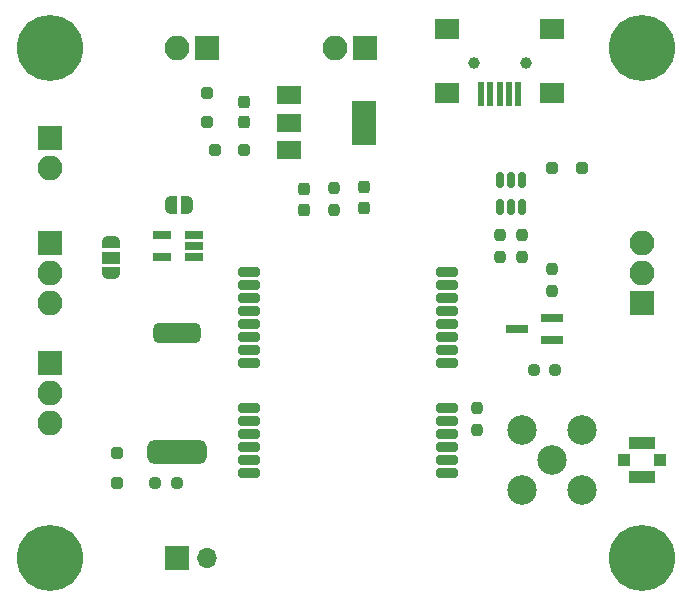
<source format=gts>
%TF.GenerationSoftware,KiCad,Pcbnew,7.0.1*%
%TF.CreationDate,2023-05-24T17:43:46+02:00*%
%TF.ProjectId,ublox-lea-6h-breakout,75626c6f-782d-46c6-9561-2d36682d6272,rev?*%
%TF.SameCoordinates,Original*%
%TF.FileFunction,Soldermask,Top*%
%TF.FilePolarity,Negative*%
%FSLAX46Y46*%
G04 Gerber Fmt 4.6, Leading zero omitted, Abs format (unit mm)*
G04 Created by KiCad (PCBNEW 7.0.1) date 2023-05-24 17:43:46*
%MOMM*%
%LPD*%
G01*
G04 APERTURE LIST*
G04 Aperture macros list*
%AMRoundRect*
0 Rectangle with rounded corners*
0 $1 Rounding radius*
0 $2 $3 $4 $5 $6 $7 $8 $9 X,Y pos of 4 corners*
0 Add a 4 corners polygon primitive as box body*
4,1,4,$2,$3,$4,$5,$6,$7,$8,$9,$2,$3,0*
0 Add four circle primitives for the rounded corners*
1,1,$1+$1,$2,$3*
1,1,$1+$1,$4,$5*
1,1,$1+$1,$6,$7*
1,1,$1+$1,$8,$9*
0 Add four rect primitives between the rounded corners*
20,1,$1+$1,$2,$3,$4,$5,0*
20,1,$1+$1,$4,$5,$6,$7,0*
20,1,$1+$1,$6,$7,$8,$9,0*
20,1,$1+$1,$8,$9,$2,$3,0*%
%AMFreePoly0*
4,1,19,0.500000,-0.750000,0.000000,-0.750000,0.000000,-0.744911,-0.071157,-0.744911,-0.207708,-0.704816,-0.327430,-0.627875,-0.420627,-0.520320,-0.479746,-0.390866,-0.500000,-0.250000,-0.500000,0.250000,-0.479746,0.390866,-0.420627,0.520320,-0.327430,0.627875,-0.207708,0.704816,-0.071157,0.744911,0.000000,0.744911,0.000000,0.750000,0.500000,0.750000,0.500000,-0.750000,0.500000,-0.750000,
$1*%
%AMFreePoly1*
4,1,19,0.000000,0.744911,0.071157,0.744911,0.207708,0.704816,0.327430,0.627875,0.420627,0.520320,0.479746,0.390866,0.500000,0.250000,0.500000,-0.250000,0.479746,-0.390866,0.420627,-0.520320,0.327430,-0.627875,0.207708,-0.704816,0.071157,-0.744911,0.000000,-0.744911,0.000000,-0.750000,-0.500000,-0.750000,-0.500000,0.750000,0.000000,0.750000,0.000000,0.744911,0.000000,0.744911,
$1*%
%AMFreePoly2*
4,1,19,0.550000,-0.750000,0.000000,-0.750000,0.000000,-0.744911,-0.071157,-0.744911,-0.207708,-0.704816,-0.327430,-0.627875,-0.420627,-0.520320,-0.479746,-0.390866,-0.500000,-0.250000,-0.500000,0.250000,-0.479746,0.390866,-0.420627,0.520320,-0.327430,0.627875,-0.207708,0.704816,-0.071157,0.744911,0.000000,0.744911,0.000000,0.750000,0.550000,0.750000,0.550000,-0.750000,0.550000,-0.750000,
$1*%
%AMFreePoly3*
4,1,19,0.000000,0.744911,0.071157,0.744911,0.207708,0.704816,0.327430,0.627875,0.420627,0.520320,0.479746,0.390866,0.500000,0.250000,0.500000,-0.250000,0.479746,-0.390866,0.420627,-0.520320,0.327430,-0.627875,0.207708,-0.704816,0.071157,-0.744911,0.000000,-0.744911,0.000000,-0.750000,-0.550000,-0.750000,-0.550000,0.750000,0.000000,0.750000,0.000000,0.744911,0.000000,0.744911,
$1*%
G04 Aperture macros list end*
%ADD10R,2.100000X2.100000*%
%ADD11O,2.100000X2.100000*%
%ADD12R,1.900000X0.800000*%
%ADD13FreePoly0,180.000000*%
%ADD14FreePoly1,180.000000*%
%ADD15R,1.560000X0.650000*%
%ADD16RoundRect,0.200000X-0.700000X-0.200000X0.700000X-0.200000X0.700000X0.200000X-0.700000X0.200000X0*%
%ADD17RoundRect,0.237500X0.250000X0.237500X-0.250000X0.237500X-0.250000X-0.237500X0.250000X-0.237500X0*%
%ADD18RoundRect,0.237500X0.237500X-0.250000X0.237500X0.250000X-0.237500X0.250000X-0.237500X-0.250000X0*%
%ADD19RoundRect,0.250000X0.250000X-0.250000X0.250000X0.250000X-0.250000X0.250000X-0.250000X-0.250000X0*%
%ADD20RoundRect,0.237500X-0.237500X0.250000X-0.237500X-0.250000X0.237500X-0.250000X0.237500X0.250000X0*%
%ADD21RoundRect,0.250000X0.250000X0.250000X-0.250000X0.250000X-0.250000X-0.250000X0.250000X-0.250000X0*%
%ADD22C,3.600000*%
%ADD23C,5.600000*%
%ADD24RoundRect,0.500000X2.000000X0.500000X-2.000000X0.500000X-2.000000X-0.500000X2.000000X-0.500000X0*%
%ADD25RoundRect,0.425000X1.575000X0.425000X-1.575000X0.425000X-1.575000X-0.425000X1.575000X-0.425000X0*%
%ADD26R,1.000000X1.000000*%
%ADD27R,2.200000X1.050000*%
%ADD28O,1.700000X1.700000*%
%ADD29C,2.500000*%
%ADD30RoundRect,0.150000X-0.150000X0.512500X-0.150000X-0.512500X0.150000X-0.512500X0.150000X0.512500X0*%
%ADD31R,2.000000X1.500000*%
%ADD32R,2.000000X3.800000*%
%ADD33C,1.000000*%
%ADD34R,0.500000X2.000000*%
%ADD35R,2.000000X1.700000*%
%ADD36RoundRect,0.237500X-0.237500X0.300000X-0.237500X-0.300000X0.237500X-0.300000X0.237500X0.300000X0*%
%ADD37RoundRect,0.237500X-0.237500X0.287500X-0.237500X-0.287500X0.237500X-0.287500X0.237500X0.287500X0*%
%ADD38FreePoly2,90.000000*%
%ADD39R,1.500000X1.000000*%
%ADD40FreePoly3,90.000000*%
%ADD41RoundRect,0.237500X-0.250000X-0.237500X0.250000X-0.237500X0.250000X0.237500X-0.250000X0.237500X0*%
%ADD42RoundRect,0.237500X0.237500X-0.300000X0.237500X0.300000X-0.237500X0.300000X-0.237500X-0.300000X0*%
G04 APERTURE END LIST*
D10*
%TO.C,J7*%
X86995000Y-115570000D03*
D11*
X86995000Y-118110000D03*
X86995000Y-120650000D03*
%TD*%
D10*
%TO.C,J9*%
X86995000Y-105425000D03*
D11*
X86995000Y-107965000D03*
X86995000Y-110505000D03*
%TD*%
D12*
%TO.C,Q1*%
X129540000Y-113665000D03*
X129540000Y-111765000D03*
X126540000Y-112715000D03*
%TD*%
D13*
%TO.C,JP1*%
X98600000Y-102235000D03*
D14*
X97300000Y-102235000D03*
%TD*%
D15*
%TO.C,U2*%
X99220000Y-106675000D03*
X99220000Y-105725000D03*
X99220000Y-104775000D03*
X96520000Y-104775000D03*
X96520000Y-106675000D03*
%TD*%
D16*
%TO.C,U1*%
X103850000Y-107925000D03*
X103850000Y-109025000D03*
X103850000Y-110125000D03*
X103850000Y-111225000D03*
X103850000Y-112325000D03*
X103850000Y-113425000D03*
X103850000Y-114525000D03*
X103850000Y-115625000D03*
X103850000Y-119425000D03*
X103850000Y-120525000D03*
X103850000Y-121625000D03*
X103850000Y-122725000D03*
X103850000Y-123825000D03*
X103850000Y-124925000D03*
X120650000Y-124925000D03*
X120650000Y-123825000D03*
X120650000Y-122725000D03*
X120650000Y-121625000D03*
X120650000Y-120525000D03*
X120650000Y-119425000D03*
X120650000Y-115625000D03*
X120650000Y-114525000D03*
X120650000Y-113425000D03*
X120650000Y-112325000D03*
X120650000Y-111225000D03*
X120650000Y-110125000D03*
X120650000Y-109025000D03*
X120650000Y-107925000D03*
%TD*%
D10*
%TO.C,J4*%
X137160000Y-110490000D03*
D11*
X137160000Y-107950000D03*
X137160000Y-105410000D03*
%TD*%
D17*
%TO.C,R6*%
X129817500Y-116205000D03*
X127992500Y-116205000D03*
%TD*%
D18*
%TO.C,R4*%
X127000000Y-106600000D03*
X127000000Y-104775000D03*
%TD*%
D10*
%TO.C,J6*%
X113665000Y-88900000D03*
D11*
X111125000Y-88900000D03*
%TD*%
D19*
%TO.C,D1*%
X92710000Y-125730000D03*
X92710000Y-123230000D03*
%TD*%
D20*
%TO.C,R1*%
X123190000Y-119460000D03*
X123190000Y-121285000D03*
%TD*%
D21*
%TO.C,D3*%
X132060000Y-99060000D03*
X129560000Y-99060000D03*
%TD*%
D10*
%TO.C,J8*%
X86995000Y-96520000D03*
D11*
X86995000Y-99060000D03*
%TD*%
D22*
%TO.C,H2*%
X137160000Y-88900000D03*
D23*
X137160000Y-88900000D03*
%TD*%
D24*
%TO.C,C1*%
X97790000Y-123180000D03*
D25*
X97790000Y-113030000D03*
%TD*%
D18*
%TO.C,R7*%
X129540000Y-109497500D03*
X129540000Y-107672500D03*
%TD*%
D26*
%TO.C,J1*%
X135660000Y-123825000D03*
D27*
X137160000Y-122350000D03*
D26*
X138660000Y-123825000D03*
D27*
X137160000Y-125300000D03*
%TD*%
D22*
%TO.C,H4*%
X86995000Y-132080000D03*
D23*
X86995000Y-132080000D03*
%TD*%
D10*
%TO.C,J3*%
X97790000Y-132080000D03*
D28*
X100330000Y-132080000D03*
%TD*%
D29*
%TO.C,J2*%
X129540000Y-123825000D03*
X127000000Y-121285000D03*
X127000000Y-126365000D03*
X132080000Y-121285000D03*
X132080000Y-126365000D03*
%TD*%
D22*
%TO.C,H1*%
X86995000Y-88900000D03*
D23*
X86995000Y-88900000D03*
%TD*%
D30*
%TO.C,U4*%
X126995000Y-100152500D03*
X126045000Y-100152500D03*
X125095000Y-100152500D03*
X125095000Y-102427500D03*
X126045000Y-102427500D03*
X126995000Y-102427500D03*
%TD*%
D20*
%TO.C,R5*%
X111120000Y-100805000D03*
X111120000Y-102630000D03*
%TD*%
D31*
%TO.C,U3*%
X107310000Y-92950000D03*
X107310000Y-95250000D03*
D32*
X113610000Y-95250000D03*
D31*
X107310000Y-97550000D03*
%TD*%
D33*
%TO.C,J10*%
X127295000Y-90170000D03*
X122895000Y-90170000D03*
D34*
X126695000Y-92870000D03*
X125895000Y-92870000D03*
X125095000Y-92870000D03*
X124295000Y-92870000D03*
X123495000Y-92870000D03*
D35*
X129545000Y-92770000D03*
X129545000Y-87320000D03*
X120645000Y-92770000D03*
X120645000Y-87320000D03*
%TD*%
D22*
%TO.C,H3*%
X137160000Y-132080000D03*
D23*
X137160000Y-132080000D03*
%TD*%
D36*
%TO.C,C3*%
X113660000Y-100725000D03*
X113660000Y-102450000D03*
%TD*%
D19*
%TO.C,D2*%
X100330000Y-95230000D03*
X100330000Y-92730000D03*
%TD*%
D37*
%TO.C,D5*%
X108580000Y-100880000D03*
X108580000Y-102630000D03*
%TD*%
D38*
%TO.C,JP2*%
X92235000Y-107980000D03*
D39*
X92235000Y-106680000D03*
D40*
X92235000Y-105380000D03*
%TD*%
D21*
%TO.C,D4*%
X103480000Y-97550000D03*
X100980000Y-97550000D03*
%TD*%
D41*
%TO.C,R2*%
X95965000Y-125730000D03*
X97790000Y-125730000D03*
%TD*%
D20*
%TO.C,R3*%
X125095000Y-104775000D03*
X125095000Y-106600000D03*
%TD*%
D10*
%TO.C,J5*%
X100330000Y-88900000D03*
D11*
X97790000Y-88900000D03*
%TD*%
D42*
%TO.C,C2*%
X103500000Y-95237500D03*
X103500000Y-93512500D03*
%TD*%
M02*

</source>
